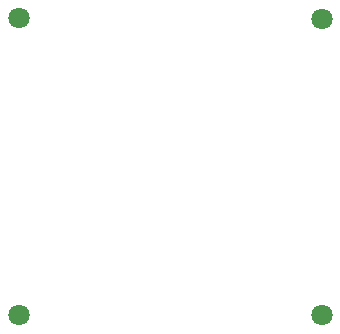
<source format=gbr>
%TF.GenerationSoftware,KiCad,Pcbnew,(6.0.4)*%
%TF.CreationDate,2022-05-21T11:19:22+01:00*%
%TF.ProjectId,Saft 40LF220 - Rev B,53616674-2034-4304-9c46-323230202d20,rev?*%
%TF.SameCoordinates,Original*%
%TF.FileFunction,Soldermask,Bot*%
%TF.FilePolarity,Negative*%
%FSLAX46Y46*%
G04 Gerber Fmt 4.6, Leading zero omitted, Abs format (unit mm)*
G04 Created by KiCad (PCBNEW (6.0.4)) date 2022-05-21 11:19:22*
%MOMM*%
%LPD*%
G01*
G04 APERTURE LIST*
%ADD10C,1.800000*%
G04 APERTURE END LIST*
D10*
%TO.C,-*%
X147300000Y-53700000D03*
%TD*%
%TO.C,-*%
X147300000Y-78800000D03*
%TD*%
%TO.C,+*%
X121650000Y-53650000D03*
%TD*%
%TO.C,-*%
X121650000Y-78800000D03*
%TD*%
M02*

</source>
